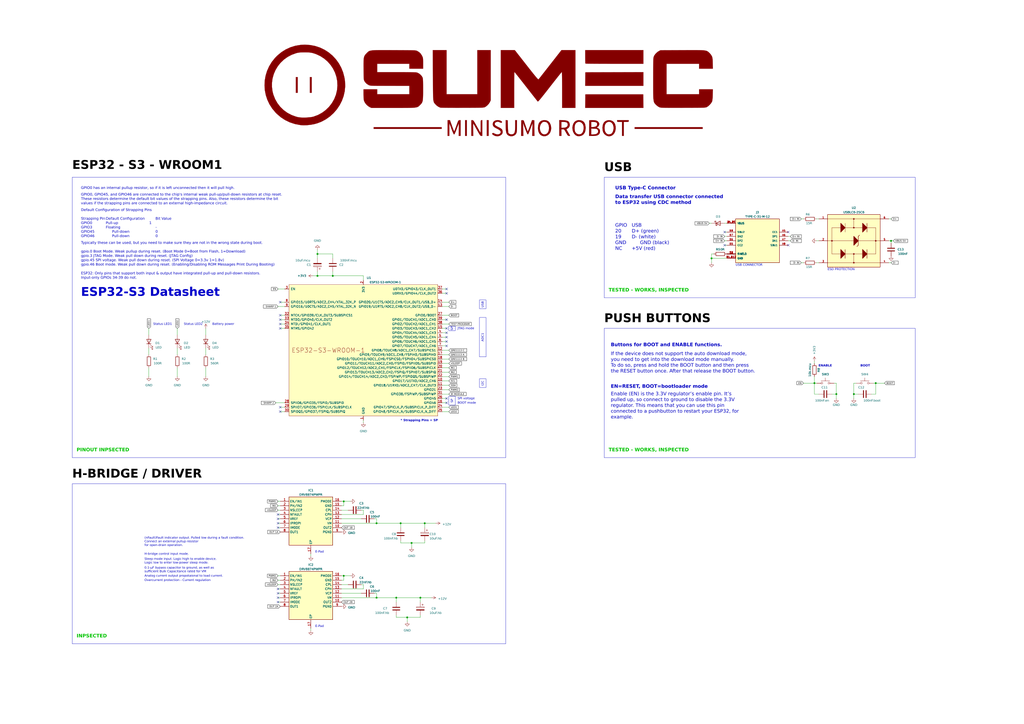
<source format=kicad_sch>
(kicad_sch (version 20231120) (generator "eeschema") (generator_version "8.0")
  (paper "A2")
  (title_block (title "SUMEC SMD") (company "SPŠ NA PROSEKU"))
  (lib_symbols
    (symbol "Device:C" (pin_numbers hide) (pin_names (offset 0.254))
      (property "Reference" "C" (at 0.635 2.54 0))
      (property "Value" "C" (at 0.635 -2.54 0))
      (symbol "C_1_1"
        (pin passive line (at 0 3.81 270) (length 2.794) (name "~") (number "1"))
        (pin passive line (at 0 -3.81 90) (length 2.794) (name "~") (number "2"))
      )
    )
    (symbol "Device:C_Polarized" (pin_numbers hide) (pin_names (offset 0.254))
      (property "Reference" "C" (at 0.635 2.54 0))
      (property "Value" "C_Polarized" (at 0.635 -2.54 0))
      (symbol "C_Polarized_1_1"
        (pin passive line (at 0 3.81 270) (length 2.794) (name "~") (number "1"))
        (pin passive line (at 0 -3.81 90) (length 2.794) (name "~") (number "2"))
      )
    )
    (symbol "Device:D_Schottky" (pin_numbers hide) (pin_names (offset 1.016) hide)
      (property "Reference" "D" (at 0 2.54 0))
      (property "Value" "D_Schottky" (at 0 -2.54 0))
      (symbol "D_Schottky_1_1"
        (pin passive line (at -3.81 0 0) (length 2.54) (name "K") (number "1"))
        (pin passive line (at 3.81 0 180) (length 2.54) (name "A") (number "2"))
      )
    )
    (symbol "Device:LED" (pin_numbers hide) (pin_names (offset 1.016) hide)
      (property "Reference" "D" (at 0 2.54 0))
      (property "Value" "LED" (at 0 -2.54 0))
      (symbol "LED_1_1"
        (pin passive line (at -3.81 0 0) (length 2.54) (name "K") (number "1"))
        (pin passive line (at 3.81 0 180) (length 2.54) (name "A") (number "2"))
      )
    )
    (symbol "Device:R" (pin_numbers hide) (pin_names (offset 0))
      (property "Reference" "R" (at 2.032 0 90))
      (property "Value" "R" (at 0 0 90))
      (symbol "R_1_1"
        (pin passive line (at 0 3.81 270) (length 1.27) (name "~") (number "1"))
        (pin passive line (at 0 -3.81 90) (length 1.27) (name "~") (number "2"))
      )
    )
    (symbol "PCM_Espressif:ESP32-S3-WROOM-1" (pin_names (offset 1.016))
      (property "Reference" "U" (at -43.18 43.18 0))
      (property "Value" "ESP32-S3-WROOM-1" (at -43.18 40.64 0))
      (symbol "ESP32-S3-WROOM-1_0_0"
        (text "ESP32-S3-WROOM-1" (at -20.32 0 0) (effects (font (size 2.54 2.54))))
        (pin power_in line (at 0 -40.64 90) (length 2.54) (name "GND") (number "1"))
        (pin bidirectional line (at 45.72 -17.78 180) (length 2.54) (name "GPIO17/U1TXD/ADC2_CH6") (number "10"))
        (pin bidirectional line (at 45.72 -20.32 180) (length 2.54) (name "GPIO18/U1RXD/ADC2_CH7/CLK_OUT3") (number "11"))
        (pin bidirectional line (at 45.72 0 180) (length 2.54) (name "GPIO8/TOUCH8/ADC1_CH7/SUBSPICS1") (number "12"))
        (pin bidirectional line (at 45.72 25.4 180) (length 2.54) (name "GPIO19/U1RTS/ADC2_CH8/CLK_OUT2/USB_D-") (number "13"))
        (pin bidirectional line (at 45.72 27.94 180) (length 2.54) (name "GPIO20/U1CTS/ADC2_CH9/CLK_OUT1/USB_D+") (number "14"))
        (pin bidirectional line (at 45.72 12.7 180) (length 2.54) (name "GPIO3/TOUCH3/ADC1_CH2") (number "15"))
        (pin bidirectional line (at 45.72 -30.48 180) (length 2.54) (name "GPIO46") (number "16"))
        (pin bidirectional line (at 45.72 -2.54 180) (length 2.54) (name "GPIO9/TOUCH9/ADC1_CH8/FSPIHD/SUBSPIHD") (number "17"))
        (pin bidirectional line (at 45.72 -5.08 180) (length 2.54) (name "GPIO10/TOUCH10/ADC1_CH9/FSPICS0/FSPIIO4/SUBSPICS0") (number "18"))
        (pin bidirectional line (at 45.72 -7.62 180) (length 2.54) (name "GPIO11/TOUCH11/ADC2_CH0/FSPID/FSPIIO5/SUBSPID") (number "19"))
        (pin power_in line (at 0 40.64 270) (length 2.54) (name "3V3") (number "2"))
        (pin bidirectional line (at 45.72 -10.16 180) (length 2.54) (name "GPIO12/TOUCH12/ADC2_CH1/FSPICLK/FSPIIO6/SUBSPICLK") (number "20"))
        (pin bidirectional line (at 45.72 -12.7 180) (length 2.54) (name "GPIO13/TOUCH13/ADC2_CH2/FSPIQ/FSPIIO7/SUBSPIQ") (number "21"))
        (pin bidirectional line (at 45.72 -15.24 180) (length 2.54) (name "GPIO14/TOUCH14/ADC2_CH3/FSPIWP/FSPIDQS/SUBSPIWP") (number "22"))
        (pin bidirectional line (at 45.72 -22.86 180) (length 2.54) (name "GPIO21") (number "23"))
        (pin bidirectional line (at 45.72 -33.02 180) (length 2.54) (name "GPIO47/SPICLK_P/SUBSPICLK_P_DIFF") (number "24"))
        (pin bidirectional line (at 45.72 -35.56 180) (length 2.54) (name "GPIO48/SPICLK_N/SUBSPICLK_N_DIFF") (number "25"))
        (pin bidirectional line (at 45.72 -27.94 180) (length 2.54) (name "GPIO45") (number "26"))
        (pin bidirectional line (at 45.72 20.32 180) (length 2.54) (name "GPIO0/BOOT") (number "27"))
        (pin bidirectional line (at -45.72 -30.48 0) (length 2.54) (name "SPIIO6/GPIO35/FSPID/SUBSPID") (number "28"))
        (pin bidirectional line (at -45.72 -33.02 0) (length 2.54) (name "SPIIO7/GPIO36/FSPICLK/SUBSPICLK") (number "29"))
        (pin input line (at -45.72 35.56 0) (length 2.54) (name "EN") (number "3"))
        (pin bidirectional line (at -45.72 -35.56 0) (length 2.54) (name "SPIDQS/GPIO37/FSPIQ/SUBSPIQ") (number "30"))
        (pin bidirectional line (at 45.72 -25.4 180) (length 2.54) (name "GPIO38/FSPIWP/SUBSPIWP") (number "31"))
        (pin bidirectional line (at -45.72 20.32 0) (length 2.54) (name "MTCK/GPIO39/CLK_OUT3/SUBSPICS1") (number "32"))
        (pin bidirectional line (at -45.72 17.78 0) (length 2.54) (name "MTDO/GPIO40/CLK_OUT2") (number "33"))
        (pin bidirectional line (at -45.72 15.24 0) (length 2.54) (name "MTDI/GPIO41/CLK_OUT1") (number "34"))
        (pin bidirectional line (at -45.72 12.7 0) (length 2.54) (name "MTMS/GPIO42") (number "35"))
        (pin bidirectional line (at 45.72 33.02 180) (length 2.54) (name "U0RXD/GPIO44/CLK_OUT2") (number "36"))
        (pin bidirectional line (at 45.72 35.56 180) (length 2.54) (name "U0TXD/GPIO43/CLK_OUT1") (number "37"))
        (pin bidirectional line (at 45.72 15.24 180) (length 2.54) (name "GPIO2/TOUCH2/ADC1_CH1") (number "38"))
        (pin bidirectional line (at 45.72 17.78 180) (length 2.54) (name "GPIO1/TOUCH1/ADC1_CH0") (number "39"))
        (pin bidirectional line (at 45.72 10.16 180) (length 2.54) (name "GPIO4/TOUCH4/ADC1_CH3") (number "4"))
        (pin passive line (at 0 -40.64 90) (length 2.54) hide (name "GND") (number "40"))
        (pin passive line (at 0 -40.64 90) (length 2.54) hide (name "GND") (number "41"))
        (pin bidirectional line (at 45.72 7.62 180) (length 2.54) (name "GPIO5/TOUCH5/ADC1_CH4") (number "5"))
        (pin bidirectional line (at 45.72 5.08 180) (length 2.54) (name "GPIO6/TOUCH6/ADC1_CH5") (number "6"))
        (pin bidirectional line (at 45.72 2.54 180) (length 2.54) (name "GPIO7/TOUCH7/ADC1_CH6") (number "7"))
        (pin bidirectional line (at -45.72 27.94 0) (length 2.54) (name "GPIO15/U0RTS/ADC2_CH4/XTAL_32K_P") (number "8"))
        (pin bidirectional line (at -45.72 25.4 0) (length 2.54) (name "GPIO16/U0CTS/ADC2_CH5/XTAL_32K_N") (number "9"))
      )
    )
    (symbol "Switch:SW_Push" (pin_numbers hide) (pin_names (offset 1.016) hide)
      (property "Reference" "SW" (at 1.27 2.54 0))
      (property "Value" "SW_Push" (at 0 -1.524 0))
      (symbol "SW_Push_0_1"
        (pin passive line (at -5.08 0 0) (length 2.54) (name "1") (number "1"))
        (pin passive line (at 5.08 0 180) (length 2.54) (name "2") (number "2"))
      )
    )
    (symbol "logo:LOGO" (pin_names (offset 1.016)))
    (symbol "power:+12V" (power) (pin_names (offset 0))
      (property "Value" "+12V" (at 0 3.556 0))
      (symbol "+12V_1_1"
        (pin power_in line (at 0 0 90) (length 0) hide (name "+12V") (number "1"))
      )
    )
    (symbol "power:+3V3" (power) (pin_names (offset 0))
      (property "Value" "+3V3" (at 0 3.556 0))
      (symbol "+3V3_1_1"
        (pin power_in line (at 0 0 90) (length 0) hide (name "+3V3") (number "1"))
      )
    )
    (symbol "power:GND" (power) (pin_names (offset 0))
      (property "Value" "GND" (at 0 -3.81 0))
      (symbol "GND_1_1"
        (pin power_in line (at 0 0 270) (length 0) hide (name "GND") (number "1"))
      )
    )
    (symbol "sumec_library:DRV8874PWPR"
      (property "Reference" "IC" (at 31.75 7.62 0))
      (property "Value" "DRV8874PWPR" (at 31.75 5.08 0))
      (symbol "DRV8874PWPR_1_1"
        (pin passive line (at 0 0 0) (length 5.08) (name "EN/IN1") (number "1"))
        (pin passive line (at 35.56 -15.24 180) (length 5.08) (name "OUT2") (number "10"))
        (pin passive line (at 35.56 -12.7 180) (length 5.08) (name "VM") (number "11"))
        (pin passive line (at 35.56 -10.16 180) (length 5.08) (name "VCP") (number "12"))
        (pin passive line (at 35.56 -7.62 180) (length 5.08) (name "CPH") (number "13"))
        (pin passive line (at 35.56 -5.08 180) (length 5.08) (name "CPL") (number "14"))
        (pin passive line (at 35.56 -2.54 180) (length 5.08) (name "GND") (number "15"))
        (pin passive line (at 35.56 0 180) (length 5.08) (name "PMODE") (number "16"))
        (pin passive line (at 17.78 -30.48 90) (length 5.08) (name "EP") (number "17"))
        (pin passive line (at 0 -2.54 0) (length 5.08) (name "PH/IN2") (number "2"))
        (pin passive line (at 0 -5.08 0) (length 5.08) (name "NSLEEP") (number "3"))
        (pin passive line (at 0 -7.62 0) (length 5.08) (name "NFAULT") (number "4"))
        (pin passive line (at 0 -10.16 0) (length 5.08) (name "VREF") (number "5"))
        (pin passive line (at 0 -12.7 0) (length 5.08) (name "IPROPI") (number "6"))
        (pin passive line (at 0 -15.24 0) (length 5.08) (name "IMODE") (number "7"))
        (pin passive line (at 0 -17.78 0) (length 5.08) (name "OUT1") (number "8"))
        (pin passive line (at 35.56 -17.78 180) (length 5.08) (name "PGND") (number "9"))
      )
    )
    (symbol "sumec_library:TYPE-C-31-M-12" (pin_names (offset 1.016))
      (property "Reference" "J" (at -12.7 13.462 0))
      (property "Value" "TYPE-C-31-M-12" (at -12.7 -13.462 0))
      (symbol "TYPE-C-31-M-12_0_0"
        (pin power_in line (at 17.78 -10.16 180) (length 5.08) (name "GND") (number "A1_B12"))
        (pin power_in line (at 17.78 10.16 180) (length 5.08) (name "VBUS") (number "A4_B9"))
        (pin bidirectional line (at -17.78 5.08 0) (length 5.08) (name "CC1") (number "A5"))
        (pin bidirectional line (at -17.78 2.54 0) (length 5.08) (name "DP1") (number "A6"))
        (pin bidirectional line (at -17.78 0 0) (length 5.08) (name "DN1") (number "A7"))
        (pin bidirectional line (at -17.78 -2.54 0) (length 5.08) (name "SBU1") (number "A8"))
        (pin power_in line (at 17.78 -10.16 180) (length 5.08) (name "GND") (number "B1_A12"))
        (pin power_in line (at 17.78 10.16 180) (length 5.08) (name "VBUS") (number "B4_A9"))
        (pin bidirectional line (at 17.78 -2.54 180) (length 5.08) (name "CC2") (number "B5"))
        (pin bidirectional line (at 17.78 0 180) (length 5.08) (name "DP2") (number "B6"))
        (pin bidirectional line (at 17.78 2.54 180) (length 5.08) (name "DN2") (number "B7"))
        (pin bidirectional line (at 17.78 5.08 180) (length 5.08) (name "SBU2") (number "B8"))
        (pin passive line (at 17.78 -7.62 180) (length 5.08) (name "SHIELD") (number "S1"))
        (pin passive line (at 17.78 -7.62 180) (length 5.08) (name "SHIELD") (number "S2"))
        (pin passive line (at 17.78 -7.62 180) (length 5.08) (name "SHIELD") (number "S3"))
        (pin passive line (at 17.78 -7.62 180) (length 5.08) (name "SHIELD") (number "S4"))
      )
    )
    (symbol "sumec_library:USBLC6-2SC6" (pin_names (offset 1.016))
      (property "Reference" "U" (at -15.2693 17.8093 0))
      (property "Value" "USBLC6-2SC6" (at -15.2559 -17.7959 0))
      (symbol "USBLC6-2SC6_0_0"
        (pin bidirectional line (at -20.32 12.7 0) (length 5.08) (name "~") (number "1"))
        (pin power_in line (at -20.32 0 0) (length 5.08) (name "~") (number "2"))
        (pin bidirectional line (at -20.32 -12.7 0) (length 5.08) (name "~") (number "3"))
        (pin bidirectional line (at 20.32 -12.7 180) (length 5.08) (name "~") (number "4"))
        (pin power_in line (at 20.32 0 180) (length 5.08) (name "~") (number "5"))
        (pin bidirectional line (at 20.32 12.7 180) (length 5.08) (name "~") (number "6"))
      )
    )
  )
  (junction (at 199.39 334.01))
  (junction (at 232.41 303.53))
  (junction (at 246.38 303.53))
  (junction (at 193.04 160.02))
  (junction (at 236.22 358.14))
  (junction (at 238.76 314.96))
  (junction (at 243.84 346.71))
  (junction (at 218.44 303.53))
  (junction (at 229.87 346.71))
  (junction (at 184.15 147.32))
  (junction (at 218.44 346.71))
  (junction (at 516.89 139.7))
  (junction (at 412.75 149.86))
  (junction (at 199.39 290.83))
  (junction (at 508 222.25))
  (junction (at 472.44 222.25))
  (junction (at 495.3 228.6))
  (junction (at 485.14 228.6))
  (junction (at 184.15 160.02))
  (no_connect (at 457.2 142.24))
  (no_connect (at 420.37 134.62))
  (no_connect (at 162.56 182.88))
  (no_connect (at 259.08 198.12))
  (no_connect (at 259.08 233.68))
  (no_connect (at 162.56 187.96))
  (no_connect (at 161.29 346.71))
  (no_connect (at 259.08 167.64))
  (no_connect (at 259.08 200.66))
  (no_connect (at 420.37 142.24))
  (no_connect (at 161.29 344.17))
  (no_connect (at 259.08 190.5))
  (no_connect (at 161.29 306.07))
  (no_connect (at 162.56 238.76))
  (no_connect (at 161.29 349.25))
  (no_connect (at 161.29 300.99))
  (no_connect (at 161.29 303.53))
  (no_connect (at 259.08 170.18))
  (no_connect (at 161.29 341.63))
  (no_connect (at 162.56 190.5))
  (no_connect (at 457.2 134.62))
  (no_connect (at 162.56 236.22))
  (no_connect (at 162.56 175.26))
  (no_connect (at 161.29 298.45))
  (no_connect (at 259.08 185.42))
  (no_connect (at 259.08 231.14))
  (no_connect (at 162.56 185.42))
  (no_connect (at 259.08 193.04))
  (no_connect (at 259.08 195.58))
  (wire (pts (xy 420.37 139.7) (xy 421.64 139.7)))
  (wire (pts (xy 259.08 233.68) (xy 256.54 233.68)))
  (polyline (pts (xy 41.91 280.67) (xy 41.91 373.38)))
  (wire (pts (xy 236.22 360.68) (xy 236.22 358.14)))
  (wire (pts (xy 161.29 300.99) (xy 162.56 300.99)))
  (wire (pts (xy 238.76 317.5) (xy 238.76 314.96)))
  (wire (pts (xy 412.75 152.4) (xy 412.75 149.86)))
  (wire (pts (xy 256.54 187.96) (xy 260.35 187.96)))
  (wire (pts (xy 218.44 346.71) (xy 229.87 346.71)))
  (polyline (pts (xy 530.86 265.43) (xy 350.52 265.43)))
  (wire (pts (xy 199.39 334.01) (xy 199.39 336.55)))
  (wire (pts (xy 256.54 205.74) (xy 260.35 205.74)))
  (wire (pts (xy 256.54 185.42) (xy 259.08 185.42)))
  (wire (pts (xy 256.54 208.28) (xy 260.35 208.28)))
  (polyline (pts (xy 350.52 172.72) (xy 530.86 172.72)))
  (wire (pts (xy 162.56 175.26) (xy 165.1 175.26)))
  (wire (pts (xy 161.29 306.07) (xy 162.56 306.07)))
  (wire (pts (xy 256.54 210.82) (xy 260.35 210.82)))
  (wire (pts (xy 86.36 190.5) (xy 86.36 194.31)))
  (wire (pts (xy 256.54 223.52) (xy 260.35 223.52)))
  (polyline (pts (xy 350.52 190.5) (xy 350.52 265.43)))
  (wire (pts (xy 472.44 222.25) (xy 473.71 222.25)))
  (wire (pts (xy 161.29 349.25) (xy 162.56 349.25)))
  (wire (pts (xy 259.08 231.14) (xy 256.54 231.14)))
  (wire (pts (xy 217.17 344.17) (xy 218.44 344.17)))
  (wire (pts (xy 203.2 290.83) (xy 199.39 290.83)))
  (wire (pts (xy 232.41 303.53) (xy 232.41 306.07)))
  (wire (pts (xy 161.29 295.91) (xy 162.56 295.91)))
  (wire (pts (xy 458.47 139.7) (xy 457.2 139.7)))
  (wire (pts (xy 193.04 147.32) (xy 184.15 147.32)))
  (wire (pts (xy 256.54 175.26) (xy 260.35 175.26)))
  (wire (pts (xy 198.12 295.91) (xy 201.93 295.91)))
  (wire (pts (xy 161.29 346.71) (xy 162.56 346.71)))
  (wire (pts (xy 412.75 149.86) (xy 421.64 149.86)))
  (wire (pts (xy 160.02 233.68) (xy 165.1 233.68)))
  (wire (pts (xy 256.54 200.66) (xy 259.08 200.66)))
  (wire (pts (xy 464.82 127) (xy 466.09 127)))
  (wire (pts (xy 161.29 344.17) (xy 162.56 344.17)))
  (wire (pts (xy 472.44 222.25) (xy 472.44 228.6)))
  (wire (pts (xy 259.08 195.58) (xy 256.54 195.58)))
  (wire (pts (xy 198.12 298.45) (xy 210.82 298.45)))
  (wire (pts (xy 198.12 339.09) (xy 201.93 339.09)))
  (wire (pts (xy 210.82 295.91) (xy 209.55 295.91)))
  (wire (pts (xy 102.87 190.5) (xy 102.87 194.31)))
  (wire (pts (xy 508 222.25) (xy 513.08 222.25)))
  (wire (pts (xy 119.38 213.36) (xy 119.38 218.44)))
  (polyline (pts (xy 293.37 280.67) (xy 293.37 373.38)))
  (wire (pts (xy 259.08 190.5) (xy 256.54 190.5)))
  (wire (pts (xy 193.04 160.02) (xy 193.04 157.48)))
  (wire (pts (xy 162.56 236.22) (xy 165.1 236.22)))
  (wire (pts (xy 256.54 203.2) (xy 260.35 203.2)))
  (wire (pts (xy 198.12 334.01) (xy 199.39 334.01)))
  (wire (pts (xy 161.29 336.55) (xy 162.56 336.55)))
  (polyline (pts (xy 293.37 102.87) (xy 293.37 265.43)))
  (wire (pts (xy 485.14 231.14) (xy 485.14 228.6)))
  (wire (pts (xy 86.36 201.93) (xy 86.36 205.74)))
  (wire (pts (xy 236.22 358.14) (xy 229.87 358.14)))
  (wire (pts (xy 198.12 290.83) (xy 199.39 290.83)))
  (wire (pts (xy 256.54 218.44) (xy 260.35 218.44)))
  (wire (pts (xy 161.29 298.45) (xy 162.56 298.45)))
  (wire (pts (xy 259.08 193.04) (xy 256.54 193.04)))
  (wire (pts (xy 495.3 222.25) (xy 495.3 228.6)))
  (wire (pts (xy 218.44 300.99) (xy 218.44 303.53)))
  (wire (pts (xy 243.84 346.71) (xy 243.84 349.25)))
  (wire (pts (xy 256.54 170.18) (xy 259.08 170.18)))
  (wire (pts (xy 184.15 147.32) (xy 184.15 144.78)))
  (wire (pts (xy 86.36 213.36) (xy 86.36 218.44)))
  (wire (pts (xy 420.37 134.62) (xy 421.64 134.62)))
  (wire (pts (xy 198.12 303.53) (xy 218.44 303.53)))
  (wire (pts (xy 199.39 290.83) (xy 199.39 293.37)))
  (wire (pts (xy 162.56 190.5) (xy 165.1 190.5)))
  (wire (pts (xy 246.38 314.96) (xy 246.38 313.69)))
  (wire (pts (xy 508 222.25) (xy 506.73 222.25)))
  (polyline (pts (xy 530.86 190.5) (xy 530.86 265.43)))
  (wire (pts (xy 199.39 293.37) (xy 198.12 293.37)))
  (wire (pts (xy 256.54 213.36) (xy 260.35 213.36)))
  (wire (pts (xy 495.3 231.14) (xy 495.3 228.6)))
  (wire (pts (xy 210.82 160.02) (xy 193.04 160.02)))
  (wire (pts (xy 495.3 228.6) (xy 497.84 228.6)))
  (wire (pts (xy 162.56 187.96) (xy 165.1 187.96)))
  (wire (pts (xy 217.17 300.99) (xy 218.44 300.99)))
  (wire (pts (xy 256.54 236.22) (xy 260.35 236.22)))
  (wire (pts (xy 515.62 127) (xy 516.89 127)))
  (wire (pts (xy 260.35 226.06) (xy 256.54 226.06)))
  (polyline (pts (xy 350.52 190.5) (xy 530.86 190.5)))
  (wire (pts (xy 184.15 160.02) (xy 184.15 157.48)))
  (wire (pts (xy 508 222.25) (xy 508 228.6)))
  (polyline (pts (xy 41.91 102.87) (xy 293.37 102.87)))
  (wire (pts (xy 256.54 220.98) (xy 260.35 220.98)))
  (wire (pts (xy 473.71 139.7) (xy 474.98 139.7)))
  (wire (pts (xy 184.15 160.02) (xy 181.61 160.02)))
  (wire (pts (xy 260.35 182.88) (xy 256.54 182.88)))
  (wire (pts (xy 210.82 245.11) (xy 210.82 243.84)))
  (wire (pts (xy 256.54 177.8) (xy 260.35 177.8)))
  (wire (pts (xy 229.87 346.71) (xy 229.87 349.25)))
  (wire (pts (xy 472.44 218.44) (xy 472.44 222.25)))
  (wire (pts (xy 161.29 290.83) (xy 162.56 290.83)))
  (wire (pts (xy 246.38 303.53) (xy 232.41 303.53)))
  (wire (pts (xy 198.12 344.17) (xy 209.55 344.17)))
  (wire (pts (xy 260.35 228.6) (xy 256.54 228.6)))
  (wire (pts (xy 119.38 201.93) (xy 119.38 205.74)))
  (wire (pts (xy 193.04 160.02) (xy 184.15 160.02)))
  (wire (pts (xy 161.29 334.01) (xy 162.56 334.01)))
  (polyline (pts (xy 41.91 280.67) (xy 293.37 280.67)))
  (wire (pts (xy 198.12 300.99) (xy 209.55 300.99)))
  (wire (pts (xy 473.71 127) (xy 474.98 127)))
  (wire (pts (xy 505.46 228.6) (xy 508 228.6)))
  (wire (pts (xy 210.82 160.02) (xy 210.82 162.56)))
  (wire (pts (xy 161.29 303.53) (xy 162.56 303.53)))
  (wire (pts (xy 180.34 365.76) (xy 180.34 364.49)))
  (wire (pts (xy 420.37 137.16) (xy 421.64 137.16)))
  (wire (pts (xy 198.12 341.63) (xy 210.82 341.63)))
  (wire (pts (xy 485.14 222.25) (xy 485.14 228.6)))
  (wire (pts (xy 210.82 295.91) (xy 210.82 298.45)))
  (wire (pts (xy 516.89 152.4) (xy 515.62 152.4)))
  (wire (pts (xy 161.29 177.8) (xy 165.1 177.8)))
  (wire (pts (xy 232.41 314.96) (xy 232.41 313.69)))
  (wire (pts (xy 466.09 222.25) (xy 472.44 222.25)))
  (wire (pts (xy 250.19 346.71) (xy 243.84 346.71)))
  (wire (pts (xy 193.04 149.86) (xy 193.04 147.32)))
  (polyline (pts (xy 41.91 102.87) (xy 41.91 265.43)))
  (wire (pts (xy 180.34 322.58) (xy 180.34 321.31)))
  (wire (pts (xy 243.84 346.71) (xy 229.87 346.71)))
  (polyline (pts (xy 530.86 172.72) (xy 530.86 102.87)))
  (wire (pts (xy 210.82 339.09) (xy 210.82 341.63)))
  (wire (pts (xy 518.16 139.7) (xy 516.89 139.7)))
  (wire (pts (xy 162.56 185.42) (xy 165.1 185.42)))
  (polyline (pts (xy 293.37 373.38) (xy 41.91 373.38)))
  (wire (pts (xy 161.29 167.64) (xy 165.1 167.64)))
  (wire (pts (xy 464.82 152.4) (xy 466.09 152.4)))
  (wire (pts (xy 198.12 346.71) (xy 218.44 346.71)))
  (wire (pts (xy 161.29 339.09) (xy 162.56 339.09)))
  (wire (pts (xy 199.39 336.55) (xy 198.12 336.55)))
  (wire (pts (xy 495.3 222.25) (xy 496.57 222.25)))
  (wire (pts (xy 256.54 238.76) (xy 260.35 238.76)))
  (wire (pts (xy 458.47 137.16) (xy 457.2 137.16)))
  (wire (pts (xy 256.54 215.9) (xy 260.35 215.9)))
  (wire (pts (xy 102.87 213.36) (xy 102.87 218.44)))
  (wire (pts (xy 218.44 303.53) (xy 232.41 303.53)))
  (wire (pts (xy 246.38 303.53) (xy 246.38 306.07)))
  (wire (pts (xy 420.37 142.24) (xy 421.64 142.24)))
  (wire (pts (xy 236.22 358.14) (xy 243.84 358.14)))
  (wire (pts (xy 474.98 228.6) (xy 472.44 228.6)))
  (wire (pts (xy 420.37 129.54) (xy 421.64 129.54)))
  (wire (pts (xy 243.84 358.14) (xy 243.84 356.87)))
  (wire (pts (xy 256.54 198.12) (xy 259.08 198.12)))
  (wire (pts (xy 485.14 228.6) (xy 482.6 228.6)))
  (polyline (pts (xy 350.52 102.87) (xy 350.52 172.72)))
  (wire (pts (xy 162.56 182.88) (xy 165.1 182.88)))
  (wire (pts (xy 238.76 314.96) (xy 246.38 314.96)))
  (wire (pts (xy 229.87 358.14) (xy 229.87 356.87)))
  (polyline (pts (xy 350.52 102.87) (xy 530.86 102.87)))
  (wire (pts (xy 252.73 303.53) (xy 246.38 303.53)))
  (wire (pts (xy 203.2 334.01) (xy 199.39 334.01)))
  (wire (pts (xy 256.54 167.64) (xy 259.08 167.64)))
  (wire (pts (xy 210.82 339.09) (xy 209.55 339.09)))
  (wire (pts (xy 184.15 149.86) (xy 184.15 147.32)))
  (polyline (pts (xy 293.37 265.43) (xy 41.91 265.43)))
  (wire (pts (xy 119.38 190.5) (xy 119.38 194.31)))
  (wire (pts (xy 472.44 210.82) (xy 472.44 209.55)))
  (wire (pts (xy 161.29 293.37) (xy 162.56 293.37)))
  (wire (pts (xy 516.89 139.7) (xy 515.62 139.7)))
  (wire (pts (xy 238.76 314.96) (xy 232.41 314.96)))
  (wire (pts (xy 412.75 147.32) (xy 412.75 149.86)))
  (wire (pts (xy 473.71 152.4) (xy 474.98 152.4)))
  (wire (pts (xy 485.14 222.25) (xy 483.87 222.25)))
  (wire (pts (xy 161.29 341.63) (xy 162.56 341.63)))
  (wire (pts (xy 516.89 140.97) (xy 516.89 139.7)))
  (wire (pts (xy 411.48 129.54) (xy 412.75 129.54)))
  (wire (pts (xy 218.44 344.17) (xy 218.44 346.71)))
  (wire (pts (xy 162.56 238.76) (xy 165.1 238.76)))
  (wire (pts (xy 102.87 201.93) (xy 102.87 205.74)))
  (wire (pts (xy 412.75 147.32) (xy 414.02 147.32)))
  (text_box "SP" (at 260.35 229.87 90) (size 3.81 5.08) (effects (font (size 1.27 1.27))))
  (text_box "ADC1" (at 278.13 184.15 90) (size 3.81 22.86) (effects (font (size 1.27 1.27))))
  (text_box "USB" (at 278.13 173.99 90) (size 3.81 5.08) (effects (font (size 1.27 1.27))))
  (text_box "SP" (at 260.35 189.23 90) (size 3.81 2.54) (effects (font (size 1.27 1.27))))
  (text_box "I2C" (at 278.13 219.71 90) (size 3.81 5.08) (effects (font (size 1.27 1.27))))
  (text "0.1-µF bypass capacitor to ground, as well as\nsufficient Bulk Capacitance rated for VM" (at 83.82 332.74 0) (effects (font (size 1.27 1.27)) (justify left bottom)))
  (text "SPI voltage" (at 265.43 232.41 0) (effects (font (size 1.27 1.27)) (justify left bottom)))
  (text "Enable (EN) is the 3.3V regulator’s enable pin. It’s\npulled up, so connect to ground to disable the 3.3V\nregulator. This means that you can use this pin\nconnected to a pushbutton to restart your ESP32, for\nexample." (at 354.33 243.84 0) (effects (font (size 2 2)) (justify left bottom)))
  (text "USB CONNECTOR" (at 426.72 154.94 0) (effects (font (size 1.27 1.27)) (justify left bottom)))
  (text "Status LED2" (at 106.68 189.23 0) (effects (font (size 1.27 1.27)) (justify left bottom)))
  (text "Sleep mode input. Logic high to enable device. \nLogic low to enter low-power sleep mode." (at 83.82 327.66 0) (effects (font (size 1.27 1.27)) (justify left bottom)))
  (text "USB Type-C Connector\n\n" (at 356.87 114.3 0) (effects (font (size 2 2) (thickness 0.4) (bold yes)) (justify left bottom)))
  (text "GPIO0, GPIO45, and GPIO46 are connected to the chip's internal weak pull-up/pull-down resistors at chip reset.\nThese resistors determine the default bit values of the strapping pins. Also, these resistors determine the bit\nvalues if the strapping pins are connected to an external high-impedance circuit." (at 46.99 119.38 0) (effects (font (size 1.5 1.5)) (justify left bottom)))
  (text "E-Pad" (at 182.88 321.31 0) (effects (font (size 1.27 1.27)) (justify left bottom)))
  (text "Overcurrent protection - Current regulation" (at 83.82 337.82 0) (effects (font (size 1.27 1.27)) (justify left bottom)))
  (text "ENABLE" (at 482.6 213.36 0) (effects (font (size 1.27 1.27) (thickness 0.254) (bold yes)) (justify right bottom)))
  (text "Analog current output propotaional to load current." (at 83.82 335.28 0) (effects (font (size 1.27 1.27)) (justify left bottom)))
  (text "GPIO	USB\n20		D+ (green)\n19		D- (white)\nGND		GND (black)\nNC		+5V (red)" (at 356.87 146.05 0) (effects (font (size 2 2)) (justify left bottom)))
  (text "H-BRIDGE / DRIVER" (at 41.91 279.4 0) (effects (font (size 5 5) (bold yes)) (justify left bottom)))
  (text "Status LED1" (at 88.9 189.23 0) (effects (font (size 1.27 1.27)) (justify left bottom)))
  (text "H-bridge control input mode." (at 83.82 322.58 0) (effects (font (size 1.27 1.27)) (justify left bottom)))
  (text "PINOUT INPSECTED" (at 44.45 262.89 0) (effects (font (size 2 2) (thickness 0.4) (bold yes)) (justify left bottom)))
  (text "BOOT mode" (at 265.43 234.95 0) (effects (font (size 1.27 1.27)) (justify left bottom)))
  (text "If the device does not support the auto download mode,\nyou need to get into the download mode manually. \nTo do so, press and hold the BOOT button and then press \nthe RESET button once. After that release the BOOT button." (at 354.33 217.17 0) (effects (font (size 2 2)) (justify left bottom)))
  (text "* Strapping Pins = SP" (at 232.41 245.11 0) (effects (font (size 1.27 1.27) (thickness 0.254) (bold yes)) (justify left bottom)))
  (text "Battery power" (at 123.19 189.23 0) (effects (font (size 1.27 1.27)) (justify left bottom)))
  (text "ESP32 - S3 - WROOM1" (at 41.91 100.33 0) (effects (font (size 5 5) (bold yes)) (justify left bottom)))
  (text "Default Configuration of Strapping Pins\n\nStrapping Pin	Default Configuration		Bit Value\nGPIO0 			Pull-up						1\nGPIO3			Floating						-\nGPIO45			Pull-down					0\nGPIO46			Pull-down					0" (at 46.99 138.43 0) (effects (font (size 1.5 1.5)) (justify left bottom)))
  (text "JTAG mode" (at 265.43 191.77 0) (effects (font (size 1.27 1.27)) (justify left bottom)))
  (text "PUSH BUTTONS" (at 350.52 189.23 0) (effects (font (size 5 5) (bold yes)) (justify left bottom)))
  (text "GPIO0 has an internal pullup resistor, so if it is left unconnected then it will pull high." (at 46.99 110.49 0) (effects (font (size 1.5 1.5)) (justify left bottom)))
  (text "TESTED - WORKS, INSPECTED" (at 353.06 262.89 0) (effects (font (size 2 2) (thickness 0.4) (bold yes)) (justify left bottom)))
  (text "E-Pad" (at 182.88 364.49 0) (effects (font (size 1.27 1.27)) (justify left bottom)))
  (text "ESD PROTECTION" (at 480.06 157.48 0) (effects (font (size 1.27 1.27)) (justify left bottom)))
  (text "Buttons for BOOT and ENABLE functions." (at 354.33 201.93 0) (effects (font (size 2 2) (thickness 0.4) (bold yes)) (justify left bottom)))
  (text "TESTED - WORKS, INSPECTED" (at 353.06 170.18 0) (effects (font (size 2 2) (thickness 0.4) (bold yes)) (justify left bottom)))
  (text "Typically these can be used, but you need to make sure they are not in the wrong state during boot.\n\ngpio.0 Boot Mode. Weak pullup during reset. (Boot Mode 0=Boot from Flash, 1=Download)\ngpio.3 JTAG Mode. Weak pull down during reset. (JTAG Config)\ngpio.45 SPI voltage. Weak pull down during reset. (SPI Voltage 0=3.3v 1=1.8v)\ngpio.46 Boot mode. Weak pull down during reset. (Enabling/Disabling ROM Messages Print During Booting)" (at 46.99 154.94 0) (effects (font (size 1.5 1.5)) (justify left bottom)))
  (text "ESP32: Only pins that support both input & output have integrated pull-up and pull-down resistors. \nInput-only GPIOs 34-39 do not." (at 46.99 162.56 0) (effects (font (size 1.5 1.5)) (justify left bottom)))
  (text "INPSECTED" (at 44.45 370.84 0) (effects (font (size 2 2) (thickness 0.4) (bold yes)) (justify left bottom)))
  (text "ESP32-S3 Datasheet" (at 46.99 173.99 0) (effects (font (size 5 5) (thickness 1) (bold yes)) (justify left bottom)))
  (text "EN=RESET, BOOT=bootloader mode" (at 354.33 226.06 0) (effects (font (size 2 2) (thickness 0.4) (bold yes)) (justify left bottom)))
  (text "USB" (at 350.52 101.6 0) (effects (font (size 5 5) (bold yes)) (justify left bottom)))
  (text "Data transfer USB connector connected\nto ESP32 using CDC method" (at 356.87 119.38 0) (effects (font (size 2 2) (thickness 0.254) (bold yes)) (justify left bottom)))
  (text "BOOT" (at 499.11 213.36 0) (effects (font (size 1.27 1.27) (bold yes)) (justify left bottom)))
  (text "(nFault)Fault indicator output. Pulled low during a fault condition. \nConnect an external pullup resistor\nfor open-drain operation." (at 83.82 317.5 0) (effects (font (size 1.27 1.27)) (justify left bottom)))
  (global_label "QRE1113 B" (shape input) (at 260.35 208.28 0) (effects (font (size 1 1))) (property "Intersheetrefs" "${INTERSHEET_REFS}" (effects (hide yes))))
  (global_label "D- IN" (shape input) (at 464.82 152.4 180) (effects (font (size 1 1))) (property "Intersheetrefs" "${INTERSHEET_REFS}" (effects (hide yes))))
  (global_label "IN2" (shape input) (at 161.29 336.55 180) (effects (font (size 1 1))) (property "Intersheetrefs" "${INTERSHEET_REFS}" (effects (hide yes))))
  (global_label "OUT 2B" (shape input) (at 198.12 349.25 0) (effects (font (size 1 1))) (property "Intersheetrefs" "${INTERSHEET_REFS}" (effects (hide yes))))
  (global_label "LED1" (shape input) (at 86.36 190.5 90) (effects (font (size 1 1))) (property "Intersheetrefs" "${INTERSHEET_REFS}" (effects (hide yes))))
  (global_label "TEST PROGRAM" (shape input) (at 260.35 187.96 0) (effects (font (size 1 1))) (property "Intersheetrefs" "${INTERSHEET_REFS}" (effects (hide yes))))
  (global_label "SDA" (shape input) (at 260.35 223.52 0) (effects (font (size 1 1))) (property "Intersheetrefs" "${INTERSHEET_REFS}" (effects (hide yes))))
  (global_label "PWM2" (shape input) (at 260.35 226.06 0) (effects (font (size 1 1))) (property "Intersheetrefs" "${INTERSHEET_REFS}" (effects (hide yes))))
  (global_label "D+ IN" (shape input) (at 420.37 139.7 180) (effects (font (size 1 1))) (property "Intersheetrefs" "${INTERSHEET_REFS}" (effects (hide yes))))
  (global_label "D+" (shape input) (at 260.35 175.26 0) (effects (font (size 1 1))) (property "Intersheetrefs" "${INTERSHEET_REFS}" (effects (hide yes))))
  (global_label "QRE1113 A" (shape input) (at 260.35 205.74 0) (effects (font (size 1 1))) (property "Intersheetrefs" "${INTERSHEET_REFS}" (effects (hide yes))))
  (global_label "OUT 2A" (shape input) (at 162.56 351.79 180) (effects (font (size 1 1))) (property "Intersheetrefs" "${INTERSHEET_REFS}" (effects (hide yes))))
  (global_label "SCL" (shape input) (at 260.35 220.98 0) (effects (font (size 1 1))) (property "Intersheetrefs" "${INTERSHEET_REFS}" (effects (hide yes))))
  (global_label "LED1" (shape input) (at 260.35 236.22 0) (effects (font (size 1 1))) (property "Intersheetrefs" "${INTERSHEET_REFS}" (effects (hide yes))))
  (global_label "LED2" (shape input) (at 260.35 238.76 0) (effects (font (size 1 1))) (property "Intersheetrefs" "${INTERSHEET_REFS}" (effects (hide yes))))
  (global_label "EN" (shape input) (at 161.29 167.64 180) (effects (font (size 1 1))) (property "Intersheetrefs" "${INTERSHEET_REFS}" (effects (hide yes))))
  (global_label "D+" (shape input) (at 516.89 127 0) (effects (font (size 1 1))) (property "Intersheetrefs" "${INTERSHEET_REFS}" (effects (hide yes))))
  (global_label "PWM2" (shape input) (at 161.29 334.01 180) (effects (font (size 1 1))) (property "Intersheetrefs" "${INTERSHEET_REFS}" (effects (hide yes))))
  (global_label "BOOT" (shape input) (at 513.08 222.25 0) (effects (font (size 1 1))) (property "Intersheetrefs" "${INTERSHEET_REFS}" (effects (hide yes))))
  (global_label "SHARP 1" (shape input) (at 161.29 177.8 180) (effects (font (size 1 1))) (property "Intersheetrefs" "${INTERSHEET_REFS}" (effects (hide yes))))
  (global_label "nSLEEP" (shape input) (at 161.29 295.91 180) (effects (font (size 1 1))) (property "Intersheetrefs" "${INTERSHEET_REFS}" (effects (hide yes))))
  (global_label "EN" (shape input) (at 466.09 222.25 180) (effects (font (size 1 1))) (property "Intersheetrefs" "${INTERSHEET_REFS}" (effects (hide yes))))
  (global_label "D- IN" (shape input) (at 458.47 139.7 0) (effects (font (size 1 1))) (property "Intersheetrefs" "${INTERSHEET_REFS}" (effects (hide yes))))
  (global_label "PWM1" (shape input) (at 260.35 218.44 0) (effects (font (size 1 1))) (property "Intersheetrefs" "${INTERSHEET_REFS}" (effects (hide yes))))
  (global_label "D- IN" (shape input) (at 420.37 137.16 180) (effects (font (size 1 1))) (property "Intersheetrefs" "${INTERSHEET_REFS}" (effects (hide yes))))
  (global_label "PWM1" (shape input) (at 161.29 290.83 180) (effects (font (size 1 1))) (property "Intersheetrefs" "${INTERSHEET_REFS}" (effects (hide yes))))
  (global_label "QRE1113 C" (shape input) (at 260.35 203.2 0) (effects (font (size 1 1))) (property "Intersheetrefs" "${INTERSHEET_REFS}" (effects (hide yes))))
  (global_label "IN1" (shape input) (at 260.35 213.36 0) (effects (font (size 1 1))) (property "Intersheetrefs" "${INTERSHEET_REFS}" (effects (hide yes))))
  (global_label "BOOT" (shape input) (at 260.35 182.88 0) (effects (font (size 1 1))) (property "Intersheetrefs" "${INTERSHEET_REFS}" (effects (hide yes))))
  (global_label "nSLEEP" (shape input) (at 260.35 210.82 0) (effects (font (size 1 1))) (property "Intersheetrefs" "${INTERSHEET_REFS}" (effects (hide yes))))
  (global_label "OUT 1B" (shape input) (at 198.12 306.07 0) (effects (font (size 1 1))) (property "Intersheetrefs" "${INTERSHEET_REFS}" (effects (hide yes))))
  (global_label "D-" (shape input) (at 516.89 152.4 0) (effects (font (size 1 1))) (property "Intersheetrefs" "${INTERSHEET_REFS}" (effects (hide yes))))
  (global_label "VBUS 5V" (shape input) (at 518.16 139.7 0) (effects (font (size 1 1))) (property "Intersheetrefs" "${INTERSHEET_REFS}" (effects (hide yes))))
  (global_label "OUT 1A" (shape input) (at 162.56 308.61 180) (effects (font (size 1 1))) (property "Intersheetrefs" "${INTERSHEET_REFS}" (effects (hide yes))))
  (global_label "LED2" (shape input) (at 102.87 190.5 90) (effects (font (size 1 1))) (property "Intersheetrefs" "${INTERSHEET_REFS}" (effects (hide yes))))
  (global_label "nSLEEP" (shape input) (at 161.29 339.09 180) (effects (font (size 1 1))) (property "Intersheetrefs" "${INTERSHEET_REFS}" (effects (hide yes))))
  (global_label "D+ IN" (shape input) (at 464.82 127 180) (effects (font (size 1 1))) (property "Intersheetrefs" "${INTERSHEET_REFS}" (effects (hide yes))))
  (global_label "VBUS 5V" (shape input) (at 411.48 129.54 180) (effects (font (size 1 1))) (property "Intersheetrefs" "${INTERSHEET_REFS}" (effects (hide yes))))
  (global_label "IN1" (shape input) (at 161.29 293.37 180) (effects (font (size 1 1))) (property "Intersheetrefs" "${INTERSHEET_REFS}" (effects (hide yes))))
  (global_label "D+ IN" (shape input) (at 458.47 137.16 0) (effects (font (size 1 1))) (property "Intersheetrefs" "${INTERSHEET_REFS}" (effects (hide yes))))
  (global_label "D-" (shape input) (at 260.35 177.8 0) (effects (font (size 1 1))) (property "Intersheetrefs" "${INTERSHEET_REFS}" (effects (hide yes))))
  (global_label "IN2" (shape input) (at 260.35 215.9 0) (effects (font (size 1 1))) (property "Intersheetrefs" "${INTERSHEET_REFS}" (effects (hide yes))))
  (global_label "IR MODULE" (shape input) (at 260.35 228.6 0) (effects (font (size 1 1))) (property "Intersheetrefs" "${INTERSHEET_REFS}" (effects (hide yes))))
  (global_label "SHARP 2" (shape input) (at 160.02 233.68 180) (effects (font (size 1 1))) (property "Intersheetrefs" "${INTERSHEET_REFS}" (effects (hide yes))))
  (symbol (lib_id "power:+12V") (at 250.19 346.71 270) (mirror x) (unit 1)
    (property "Reference" "#PWR017" (effects (hide yes)))
    (property "Value" "+12V" (at 254 347.345 90) (effects (justify left)))
  )
  (symbol (lib_id "power:+12V") (at 252.73 303.53 270) (mirror x) (unit 1)
    (property "Reference" "#PWR018" (effects (hide yes)))
    (property "Value" "+12V" (at 256.54 304.165 90) (effects (justify left)))
  )
  (symbol (lib_id "power:+12V") (at 119.38 190.5 0) (mirror y) (unit 1)
    (property "Reference" "#PWR050" (effects (hide yes)))
    (property "Value" "+12V" (at 119.38 186.69 0))
  )
  (symbol (lib_id "Device:D_Schottky") (at 416.56 129.54 0) (unit 1)
    (property "Reference" "D3" (at 416.56 125.73 0))
    (property "Value" "D_Schottky" (effects (hide yes)))
    (property "Footprint" "Diode_SMD:D_1206_3216Metric_Pad1.42x1.75mm_HandSolder" (effects (hide yes)))
  )
  (symbol (lib_id "Device:R") (at 472.44 214.63 180) (unit 1)
    (property "Reference" "R8" (at 474.98 214.63 90))
    (property "Value" "10k.mcu" (at 469.9 214.63 90))
    (property "Footprint" "Resistor_SMD:R_0805_2012Metric_Pad1.20x1.40mm_HandSolder" (effects (hide yes)))
  )
  (symbol (lib_id "Device:C") (at 229.87 353.06 0) (mirror x) (unit 1)
    (property "Reference" "C7" (at 222.25 353.06 0) (effects (justify left)))
    (property "Value" "100nF.hb" (at 217.17 355.6 0) (effects (justify left)))
    (property "Footprint" "Capacitor_SMD:C_0805_2012Metric_Pad1.18x1.45mm_HandSolder" (effects (hide yes)))
  )
  (symbol (lib_id "power:GND") (at 203.2 334.01 90) (unit 1)
    (property "Reference" "#PWR013" (effects (hide yes)))
    (property "Value" "GND" (effects (hide yes)))
  )
  (symbol (lib_id "sumec_library:USBLC6-2SC6") (at 495.3 139.7 0) (unit 1)
    (property "Reference" "U2" (at 495.3 120.65 0))
    (property "Value" "USBLC6-2SC6" (at 495.3 123.19 0))
    (property "Footprint" "Package_TO_SOT_SMD:TSOT-23-6_HandSoldering" (effects (hide yes)))
    (property "Description" "\n17V Clamp 5A (8/20µs) Ipp Tvs Diode Surface Mount SOT-23-6\n" (effects (hide yes)))
    (property "MF" "STMicroelectronics" (effects (hide yes)))
    (property "PURCHASE-URL" "https://pricing.snapeda.com/search/part/USBLC6-2SC6/?ref=eda" (effects (hide yes)))
    (property "PACKAGE" "SOT-23-6 STMicroelectronics" (effects (hide yes)))
    (property "PRICE" "None" (effects (hide yes)))
    (property "Package" "SOT-23-6 STMicroelectronics" (effects (hide yes)))
    (property "Check_prices" "https://www.snapeda.com/parts/USBLC6-2SC6/STMicroelectronics/view-part/?ref=eda" (effects (hide yes)))
    (property "Price" "None" (effects (hide yes)))
    (property "SnapEDA_Link" "https://www.snapeda.com/parts/USBLC6-2SC6/STMicroelectronics/view-part/?ref=snap" (effects (hide yes)))
    (property "MP" "USBLC6-2SC6" (effects (hide yes)))
    (property "Purchase-URL" "https://www.snapeda.com/api/url_track_click_mouser/?unipart_id=231887&manufacturer=STMicroelectronics&part_name=USBLC6-2SC6&search_term=None" (effects (hide yes)))
    (property "Availability" "In Stock" (effects (hide yes)))
    (property "AVAILABILITY" "In Stock" (effects (hide yes)))
    (property "DESCRIPTION" "17V Clamp 5A (8/20µs) Ipp Tvs Diode Surface Mount SOT-23-6" (effects (hide yes)))
  )
  (symbol (lib_id "power:GND") (at 473.71 139.7 270) (unit 1)
    (property "Reference" "#PWR021" (effects (hide yes)))
    (property "Value" "GND" (effects (hide yes)))
  )
  (symbol (lib_id "power:GND") (at 198.12 351.79 90) (unit 1)
    (property "Reference" "#PWR011" (effects (hide yes)))
    (property "Value" "GND" (at 201.93 352.425 90) (effects (justify right)))
  )
  (symbol (lib_id "power:GND") (at 516.89 148.59 0) (unit 1)
    (property "Reference" "#PWR024" (effects (hide yes)))
    (property "Value" "GND" (effects (hide yes)))
  )
  (symbol (lib_id "power:GND") (at 485.14 231.14 0) (mirror y) (unit 1)
    (property "Reference" "#PWR022" (effects (hide yes)))
    (property "Value" "GND" (at 485.14 234.95 0))
  )
  (symbol (lib_id "Device:R") (at 86.36 209.55 0) (unit 1)
    (property "Reference" "R1" (at 88.9 208.28 0) (effects (justify left)))
    (property "Value" "100R" (at 88.9 210.82 0) (effects (justify left)))
    (property "Footprint" "Resistor_SMD:R_0805_2012Metric_Pad1.20x1.40mm_HandSolder" (effects (hide yes)))
  )
  (symbol (lib_id "PCM_Espressif:ESP32-S3-WROOM-1") (at 210.82 203.2 0) (unit 1)
    (property "Reference" "U1" (at 212.7759 161.29 0) (effects (justify left)))
    (property "Value" "ESP32-S3-WROOM-1" (at 212.7759 163.83 0) (effects (justify left)))
    (property "Footprint" "PCM_Espressif:ESP32-S3-WROOM-1" (effects (hide yes)))
    (property "Datasheet" "https://www.espressif.com/sites/default/files/documentation/esp32-s3-wroom-1_wroom-1u_datasheet_en.pdf" (effects (hide yes)))
  )
  (symbol (lib_id "power:GND") (at 184.15 144.78 180) (unit 1)
    (property "Reference" "#PWR09" (effects (hide yes)))
    (property "Value" "GND" (at 184.15 139.7 0))
  )
  (symbol (lib_id "Device:C") (at 205.74 339.09 90) (unit 1)
    (property "Reference" "C4" (at 210.82 335.28 90) (effects (justify left)))
    (property "Value" "22nF.hb" (at 215.9 337.82 90) (effects (justify left)))
    (property "Footprint" "Capacitor_SMD:C_0805_2012Metric_Pad1.18x1.45mm_HandSolder" (effects (hide yes)))
  )
  (symbol (lib_id "power:GND") (at 198.12 308.61 90) (unit 1)
    (property "Reference" "#PWR010" (effects (hide yes)))
    (property "Value" "GND" (at 201.93 309.245 90) (effects (justify right)))
  )
  (symbol (lib_id "sumec_library:DRV8874PWPR") (at 162.56 334.01 0) (unit 1)
    (property "Reference" "IC2" (at 180.34 327.66 0))
    (property "Value" "DRV8874PWPR" (at 180.34 330.2 0))
    (property "Footprint" "sumec-smdV2_library:DRV8874" (effects (hide yes)))
    (property "Datasheet" "https://www.ti.com/lit/gpn/DRV8874" (effects (hide yes)))
    (property "Height" "1.2" (effects (hide yes)))
    (property "Manufacturer_Name" "Texas Instruments" (effects (hide yes)))
    (property "Manufacturer_Part_Number" "DRV8874PWPR" (effects (hide yes)))
    (property "Mouser Part Number" "595-DRV8874PWPR" (effects (hide yes)))
    (property "Mouser Price/Stock" "https://www.mouser.co.uk/ProductDetail/Texas-Instruments/DRV8874PWPR?qs=mAH9sUMRCtvh%2FSU15ywmDA%3D%3D" (effects (hide yes)))
    (property "Arrow Part Number" "DRV8874PWPR" (effects (hide yes)))
    (property "Arrow Price/Stock" "https://www.arrow.com/en/products/drv8874pwpr/texas-instruments?region=nac" (effects (hide yes)))
  )
  (symbol (lib_id "Device:C") (at 193.04 153.67 0) (mirror x) (unit 1)
    (property "Reference" "C2" (at 196.85 153.67 0) (effects (justify left)))
    (property "Value" "100nF.mcu" (at 196.85 151.13 0) (effects (justify left)))
    (property "Footprint" "Capacitor_SMD:C_0805_2012Metric_Pad1.18x1.45mm_HandSolder" (effects (hide yes)))
  )
  (symbol (lib_id "Device:C") (at 516.89 144.78 0) (unit 1)
    (property "Reference" "C13" (at 520.7 144.78 0) (effects (justify left)))
    (property "Value" "100nF" (at 520.7 147.32 0) (effects (justify left)))
    (property "Footprint" "Capacitor_SMD:C_0805_2012Metric_Pad1.18x1.45mm_HandSolder" (effects (hide yes)))
  )
  (symbol (lib_id "power:GND") (at 203.2 290.83 90) (unit 1)
    (property "Reference" "#PWR012" (effects (hide yes)))
    (property "Value" "GND" (effects (hide yes)))
  )
  (symbol (lib_id "power:GND") (at 236.22 360.68 0) (mirror y) (unit 1)
    (property "Reference" "#PWR015" (effects (hide yes)))
    (property "Value" "GND" (at 236.22 365.76 0))
  )
  (symbol (lib_id "power:GND") (at 86.36 218.44 0) (unit 1)
    (property "Reference" "#PWR04" (effects (hide yes)))
    (property "Value" "GND" (at 86.36 223.52 0))
  )
  (symbol (lib_id "Device:R") (at 417.83 147.32 270) (unit 1)
    (property "Reference" "R5" (at 416.56 144.78 90))
    (property "Value" "0R" (at 419.1 144.78 90))
    (property "Footprint" "Resistor_SMD:R_1206_3216Metric_Pad1.30x1.75mm_HandSolder" (effects (hide yes)))
  )
  (symbol (lib_id "power:+3V3") (at 472.44 209.55 0) (unit 1)
    (property "Reference" "#PWR020" (effects (hide yes)))
    (property "Value" "+3V3" (at 472.44 205.74 90) (effects (justify left)))
  )
  (symbol (lib_id "Device:C_Polarized") (at 246.38 309.88 0) (mirror y) (unit 1)
    (property "Reference" "C10" (at 252.73 309.88 0) (effects (justify left)))
    (property "Value" "10uF.hb" (at 256.54 312.42 0) (effects (justify left)))
    (property "Footprint" "Capacitor_Tantalum_SMD:CP_EIA-3216-18_Kemet-A_Pad1.58x1.35mm_HandSolder" (effects (hide yes)))
  )
  (symbol (lib_id "power:GND") (at 412.75 152.4 0) (unit 1)
    (property "Reference" "#PWR019" (effects (hide yes)))
    (property "Value" "GND" (effects (hide yes)))
  )
  (symbol (lib_id "Device:LED") (at 119.38 198.12 90) (unit 1)
    (property "Reference" "D4" (at 123.19 199.0725 90) (effects (justify right)))
    (property "Value" "LED" (at 123.19 201.6125 90) (effects (justify right)))
    (property "Footprint" "LED_SMD:LED_0805_2012Metric_Pad1.15x1.40mm_HandSolder" (effects (hide yes)))
  )
  (symbol (lib_id "Device:C_Polarized") (at 243.84 353.06 0) (mirror y) (unit 1)
    (property "Reference" "C9" (at 252.73 353.06 0) (effects (justify left)))
    (property "Value" "10uF.hb" (at 256.54 355.6 0) (effects (justify left)))
    (property "Footprint" "Capacitor_Tantalum_SMD:CP_EIA-3216-18_Kemet-A_Pad1.58x1.35mm_HandSolder" (effects (hide yes)))
  )
  (symbol (lib_id "Device:R") (at 102.87 209.55 0) (unit 1)
    (property "Reference" "R2" (at 105.41 208.28 0) (effects (justify left)))
    (property "Value" "100R" (at 105.41 210.82 0) (effects (justify left)))
    (property "Footprint" "Resistor_SMD:R_0805_2012Metric_Pad1.20x1.40mm_HandSolder" (effects (hide yes)))
  )
  (symbol (lib_id "Switch:SW_Push") (at 501.65 222.25 0) (unit 1)
    (property "Reference" "SW4" (at 501.65 217.17 0))
    (property "Value" "SW_Push" (effects (hide yes)))
    (property "Footprint" "Button_Switch_SMD:SW_SPST_B3U-1000P" (effects (hide yes)))
  )
  (symbol (lib_id "power:GND") (at 495.3 231.14 0) (unit 1)
    (property "Reference" "#PWR023" (effects (hide yes)))
    (property "Value" "GND" (at 495.3 234.95 0))
  )
  (symbol (lib_id "sumec_library:TYPE-C-31-M-12") (at 439.42 139.7 0) (mirror y) (unit 1)
    (property "Reference" "J3" (at 439.42 123.19 0))
    (property "Value" "TYPE-C-31-M-12" (at 439.42 125.73 0))
    (property "Footprint" "sumec-smdV2_library:USB_Type_C" (effects (hide yes)))
    (property "Description" "\nUSB Connectors 24 Receptacle 1 8.94*7.3mm RoHS\n" (effects (hide yes)))
    (property "MF" "HRO Electronics Co., Ltd." (effects (hide yes)))
    (property "MAXIMUM_PACKAGE_HEIGHT" "3.26 mm" (effects (hide yes)))
    (property "Package" "Package" (effects (hide yes)))
    (property "Price" "None" (effects (hide yes)))
    (property "Check_prices" "https://www.snapeda.com/parts/TYPE-C-31-M-12/HRO+Electronics+Co.%252C+Ltd./view-part/?ref=eda" (effects (hide yes)))
    (property "STANDARD" "Manufacturer Recommendations" (effects (hide yes)))
    (property "PARTREV" "2020.12.08" (effects (hide yes)))
    (property "SnapEDA_Link" "https://www.snapeda.com/parts/TYPE-C-31-M-12/HRO+Electronics+Co.%252C+Ltd./view-part/?ref=snap" (effects (hide yes)))
    (property "MP" "TYPE-C-31-M-12" (effects (hide yes)))
    (property "SNAPEDA_PN" "TYPE-C-31-M-12" (effects (hide yes)))
    (property "Availability" "Not in stock" (effects (hide yes)))
    (property "MANUFACTURER" "HRO Electronics Co., Ltd." (effects (hide yes)))
  )
  (symbol (lib_id "Device:C_Polarized") (at 184.15 153.67 180) (unit 1)
    (property "Reference" "C1" (at 180.34 153.67 0) (effects (justify left)))
    (property "Value" "10uF.mcu" (at 180.34 151.13 0) (effects (justify left)))
    (property "Footprint" "Capacitor_Tantalum_SMD:CP_EIA-3216-18_Kemet-A_Pad1.58x1.35mm_HandSolder" (effects (hide yes)))
  )
  (symbol (lib_id "Device:C") (at 501.65 228.6 270) (mirror x) (unit 1)
    (property "Reference" "C12" (at 497.84 224.79 90) (effects (justify left)))
    (property "Value" "100nF.boot" (at 500.38 232.41 90) (effects (justify left)))
    (property "Footprint" "Capacitor_SMD:C_0805_2012Metric_Pad1.18x1.45mm_HandSolder" (effects (hide yes)))
  )
  (symbol (lib_id "power:GND") (at 180.34 365.76 0) (unit 1)
    (property "Reference" "#PWR07" (effects (hide yes)))
    (property "Value" "GND" (effects (hide yes)))
  )
  (symbol (lib_id "power:GND") (at 119.38 218.44 0) (unit 1)
    (property "Reference" "#PWR049" (effects (hide yes)))
    (property "Value" "GND" (at 119.38 223.52 0))
  )
  (symbol (lib_id "Device:R") (at 469.9 152.4 90) (unit 1)
    (property "Reference" "R7" (at 467.36 149.86 90) (effects (justify right)))
    (property "Value" "15R" (at 467.36 154.94 90) (effects (justify right)))
    (property "Footprint" "Resistor_SMD:R_0805_2012Metric_Pad1.20x1.40mm_HandSolder" (effects (hide yes)))
  )
  (symbol (lib_id "Device:C") (at 205.74 295.91 90) (unit 1)
    (property "Reference" "C3" (at 210.82 292.1 90) (effects (justify left)))
    (property "Value" "22nF.hb" (at 214.63 294.64 90) (effects (justify left)))
    (property "Footprint" "Capacitor_SMD:C_0805_2012Metric_Pad1.18x1.45mm_HandSolder" (effects (hide yes)))
  )
  (symbol (lib_id "Device:LED") (at 86.36 198.12 90) (unit 1)
    (property "Reference" "D1" (at 90.17 199.0725 90) (effects (justify right)))
    (property "Value" "LED" (at 90.17 201.6125 90) (effects (justify right)))
    (property "Footprint" "LED_SMD:LED_0805_2012Metric_Pad1.15x1.40mm_HandSolder" (effects (hide yes)))
  )
  (symbol (lib_id "power:GND") (at 210.82 245.11 0) (unit 1)
    (property "Reference" "#PWR014" (effects (hide yes)))
    (property "Value" "GND" (at 210.82 250.19 0))
  )
  (symbol (lib_id "Switch:SW_Push") (at 478.79 222.25 0) (mirror y) (unit 1)
    (property "Reference" "SW3" (at 478.79 217.17 0))
    (property "Value" "SW_Push" (effects (hide yes)))
    (property "Footprint" "Button_Switch_SMD:SW_SPST_B3U-1000P" (effects (hide yes)))
  )
  (symbol (lib_id "logo:LOGO") (at 278.13 55.88 0) (unit 1)
    (property "Reference" "#G2" (effects (hide yes)))
    (property "Value" "LOGO" (effects (hide yes)))
  )
  (symbol (lib_id "power:+3V3") (at 181.61 160.02 90) (unit 1)
    (property "Reference" "#PWR08" (effects (hide yes)))
    (property "Value" "+3V3" (at 177.8 160.02 90) (effects (justify left)))
  )
  (symbol (lib_id "Device:R") (at 469.9 127 90) (unit 1)
    (property "Reference" "R6" (at 467.36 124.46 90) (effects (justify right)))
    (property "Value" "15R" (at 467.36 129.54 90) (effects (justify right)))
    (property "Footprint" "Resistor_SMD:R_0805_2012Metric_Pad1.20x1.40mm_HandSolder" (effects (hide yes)))
  )
  (symbol (lib_id "Device:C") (at 478.79 228.6 90) (unit 1)
    (property "Reference" "C11" (at 480.06 224.79 90) (effects (justify left)))
    (property "Value" "100nF.en" (at 481.33 232.41 90) (effects (justify left)))
    (property "Footprint" "Capacitor_SMD:C_0805_2012Metric_Pad1.18x1.45mm_HandSolder" (effects (hide yes)))
  )
  (symbol (lib_id "power:GND") (at 238.76 317.5 0) (mirror y) (unit 1)
    (property "Reference" "#PWR016" (effects (hide yes)))
    (property "Value" "GND" (at 238.76 322.58 0))
  )
  (symbol (lib_id "Device:C") (at 213.36 300.99 270) (unit 1)
    (property "Reference" "C5" (at 214.63 297.18 90) (effects (justify left)))
    (property "Value" "100nF" (at 214.63 299.72 90) (effects (justify left)))
    (property "Footprint" "Capacitor_SMD:C_0805_2012Metric_Pad1.18x1.45mm_HandSolder" (effects (hide yes)))
  )
  (symbol (lib_id "Device:C") (at 232.41 309.88 0) (mirror x) (unit 1)
    (property "Reference" "C8" (at 227.33 309.88 0) (effects (justify left)))
    (property "Value" "100nF.hb" (at 222.25 312.42 0) (effects (justify left)))
    (property "Footprint" "Capacitor_SMD:C_0805_2012Metric_Pad1.18x1.45mm_HandSolder" (effects (hide yes)))
  )
  (symbol (lib_id "Device:R") (at 119.38 209.55 0) (unit 1)
    (property "Reference" "R3" (at 121.92 208.28 0) (effects (justify left)))
    (property "Value" "560R" (at 121.92 210.82 0) (effects (justify left)))
    (property "Footprint" "Resistor_SMD:R_0805_2012Metric_Pad1.20x1.40mm_HandSolder" (effects (hide yes)))
  )
  (symbol (lib_id "Device:C") (at 213.36 344.17 270) (unit 1)
    (property "Reference" "C6" (at 214.63 340.36 90) (effects (justify left)))
    (property "Value" "100nF" (at 214.63 342.9 90) (effects (justify left)))
    (property "Footprint" "Capacitor_SMD:C_0805_2012Metric_Pad1.18x1.45mm_HandSolder" (effects (hide yes)))
  )
  (symbol (lib_id "power:GND") (at 180.34 322.58 0) (unit 1)
    (property "Reference" "#PWR06" (effects (hide yes)))
    (property "Value" "GND" (effects (hide yes)))
  )
  (symbol (lib_id "power:GND") (at 102.87 218.44 0) (unit 1)
    (property "Reference" "#PWR05" (effects (hide yes)))
    (property "Value" "GND" (at 102.87 223.52 0))
  )
  (symbol (lib_id "Device:LED") (at 102.87 198.12 90) (unit 1)
    (property "Reference" "D2" (at 106.68 199.0725 90) (effects (justify right)))
    (property "Value" "LED" (at 106.68 201.6125 90) (effects (justify right)))
    (property "Footprint" "LED_SMD:LED_0805_2012Metric_Pad1.15x1.40mm_HandSolder" (effects (hide yes)))
  )
  (symbol (lib_id "sumec_library:DRV8874PWPR") (at 162.56 290.83 0) (unit 1)
    (property "Reference" "IC1" (at 180.34 284.48 0))
    (property "Value" "DRV8874PWPR" (at 180.34 287.02 0))
    (property "Footprint" "sumec-smdV2_library:DRV8874" (effects (hide yes)))
    (property "Datasheet" "https://www.ti.com/lit/gpn/DRV8874" (effects (hide yes)))
    (property "Height" "1.2" (effects (hide yes)))
    (property "Manufacturer_Name" "Texas Instruments" (effects (hide yes)))
    (property "Manufacturer_Part_Number" "DRV8874PWPR" (effects (hide yes)))
    (property "Mouser Part Number" "595-DRV8874PWPR" (effects (hide yes)))
    (property "Mouser Price/Stock" "https://www.mouser.co.uk/ProductDetail/Texas-Instruments/DRV8874PWPR?qs=mAH9sUMRCtvh%2FSU15ywmDA%3D%3D" (effects (hide yes)))
    (property "Arrow Part Number" "DRV8874PWPR" (effects (hide yes)))
    (property "Arrow Price/Stock" "https://www.arrow.com/en/products/drv8874pwpr/texas-instruments?region=nac" (effects (hide yes)))
  )
)
</source>
